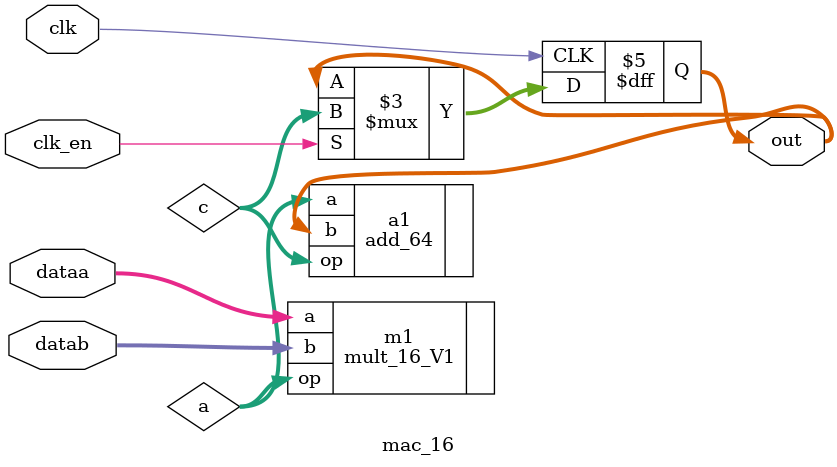
<source format=v>
`include "add_64.v"
`include "mult_16_V1.v"
module mac_16 (
 clk,clk_en, dataa, datab, out   // Clock clk_en, // Clock Enable
);

//Remember to initialize all registers or else accumulator can create a lot of problems
input clk, clk_en;
input [15:0] datab, dataa;
output [63:0] out;		//Storage or addition of upto 1024 numbers and more. 16*16 = 32 bits, 10 bits for 1024 numbers accumulated
reg [63:0] out = 0;
// reg c;
wire [31:0] a;
wire [63:0] c;

add_64 a1(.a(a),.b(out),.op(c));
mult_16_V1 m1(.a(dataa),.b(datab),.op(a));

always @(posedge clk)
begin
	if(clk_en)
		out <= c;
	$monitor("dataa = %d, datab = %d, c = %d, a = %d, clk = %d",dataa, datab, c, a,clk);
end
endmodule
</source>
